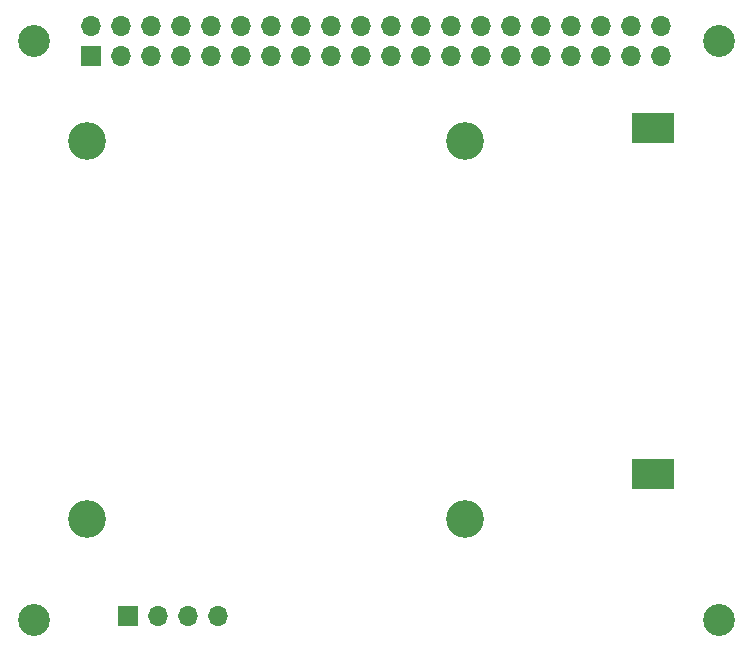
<source format=gts>
G04 #@! TF.GenerationSoftware,KiCad,Pcbnew,(5.1.5)-3*
G04 #@! TF.CreationDate,2020-05-03T14:34:21+02:00*
G04 #@! TF.ProjectId,base_hat,62617365-5f68-4617-942e-6b696361645f,rev?*
G04 #@! TF.SameCoordinates,Original*
G04 #@! TF.FileFunction,Soldermask,Top*
G04 #@! TF.FilePolarity,Negative*
%FSLAX46Y46*%
G04 Gerber Fmt 4.6, Leading zero omitted, Abs format (unit mm)*
G04 Created by KiCad (PCBNEW (5.1.5)-3) date 2020-05-03 14:34:21*
%MOMM*%
%LPD*%
G04 APERTURE LIST*
%ADD10C,3.200000*%
%ADD11O,1.700000X1.700000*%
%ADD12R,1.700000X1.700000*%
%ADD13R,3.600000X2.600000*%
%ADD14C,2.700000*%
G04 APERTURE END LIST*
D10*
X240000000Y-138000000D03*
X208000000Y-106000000D03*
X208000000Y-138000000D03*
X240000000Y-106000000D03*
D11*
X219050000Y-146190000D03*
X216510000Y-146190000D03*
X213970000Y-146190000D03*
D12*
X211430000Y-146190000D03*
D13*
X255880000Y-134170000D03*
X255880000Y-104870000D03*
D12*
X208370000Y-98770000D03*
D11*
X208370000Y-96230000D03*
X210910000Y-98770000D03*
X210910000Y-96230000D03*
X213450000Y-98770000D03*
X213450000Y-96230000D03*
X215990000Y-98770000D03*
X215990000Y-96230000D03*
X218530000Y-98770000D03*
X218530000Y-96230000D03*
X221070000Y-98770000D03*
X221070000Y-96230000D03*
X223610000Y-98770000D03*
X223610000Y-96230000D03*
X226150000Y-98770000D03*
X226150000Y-96230000D03*
X228690000Y-98770000D03*
X228690000Y-96230000D03*
X231230000Y-98770000D03*
X231230000Y-96230000D03*
X233770000Y-98770000D03*
X233770000Y-96230000D03*
X236310000Y-98770000D03*
X236310000Y-96230000D03*
X238850000Y-98770000D03*
X238850000Y-96230000D03*
X241390000Y-98770000D03*
X241390000Y-96230000D03*
X243930000Y-98770000D03*
X243930000Y-96230000D03*
X246470000Y-98770000D03*
X246470000Y-96230000D03*
X249010000Y-98770000D03*
X249010000Y-96230000D03*
X251550000Y-98770000D03*
X251550000Y-96230000D03*
X254090000Y-98770000D03*
X254090000Y-96230000D03*
X256630000Y-98770000D03*
X256630000Y-96230000D03*
D14*
X261500000Y-146500000D03*
X203500000Y-146500000D03*
X261500000Y-97500000D03*
X203500000Y-97500000D03*
M02*

</source>
